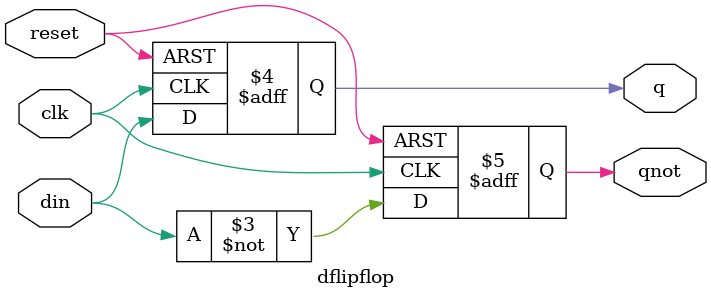
<source format=v>
`timescale 1ns / 1ps


module dflipflop(din,clk,q,qnot,reset
    );
    
    input din,clk,reset;
    output reg q,qnot;
    
    always @ (posedge clk, posedge reset) begin //
    
    if(reset == 1) begin
    q = 0;
    qnot = 1;
    end
    
    else begin
    
    q = din;
    qnot = ~din;
    
    end
    end
endmodule

</source>
